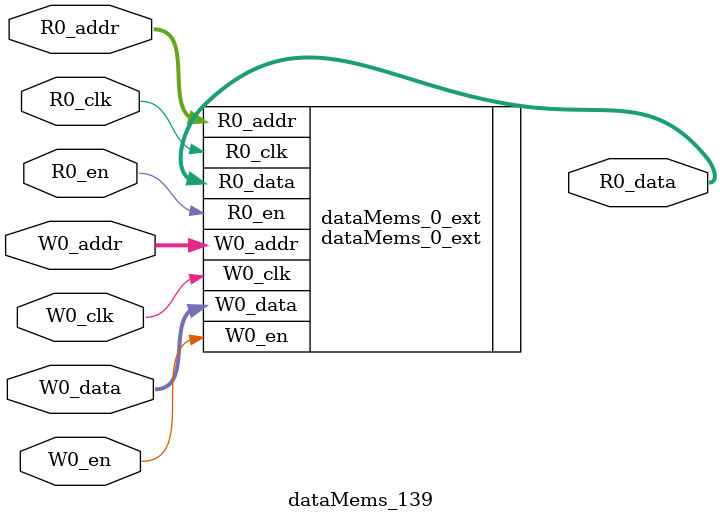
<source format=sv>
`ifndef RANDOMIZE
  `ifdef RANDOMIZE_REG_INIT
    `define RANDOMIZE
  `endif // RANDOMIZE_REG_INIT
`endif // not def RANDOMIZE
`ifndef RANDOMIZE
  `ifdef RANDOMIZE_MEM_INIT
    `define RANDOMIZE
  `endif // RANDOMIZE_MEM_INIT
`endif // not def RANDOMIZE

`ifndef RANDOM
  `define RANDOM $random
`endif // not def RANDOM

// Users can define 'PRINTF_COND' to add an extra gate to prints.
`ifndef PRINTF_COND_
  `ifdef PRINTF_COND
    `define PRINTF_COND_ (`PRINTF_COND)
  `else  // PRINTF_COND
    `define PRINTF_COND_ 1
  `endif // PRINTF_COND
`endif // not def PRINTF_COND_

// Users can define 'ASSERT_VERBOSE_COND' to add an extra gate to assert error printing.
`ifndef ASSERT_VERBOSE_COND_
  `ifdef ASSERT_VERBOSE_COND
    `define ASSERT_VERBOSE_COND_ (`ASSERT_VERBOSE_COND)
  `else  // ASSERT_VERBOSE_COND
    `define ASSERT_VERBOSE_COND_ 1
  `endif // ASSERT_VERBOSE_COND
`endif // not def ASSERT_VERBOSE_COND_

// Users can define 'STOP_COND' to add an extra gate to stop conditions.
`ifndef STOP_COND_
  `ifdef STOP_COND
    `define STOP_COND_ (`STOP_COND)
  `else  // STOP_COND
    `define STOP_COND_ 1
  `endif // STOP_COND
`endif // not def STOP_COND_

// Users can define INIT_RANDOM as general code that gets injected into the
// initializer block for modules with registers.
`ifndef INIT_RANDOM
  `define INIT_RANDOM
`endif // not def INIT_RANDOM

// If using random initialization, you can also define RANDOMIZE_DELAY to
// customize the delay used, otherwise 0.002 is used.
`ifndef RANDOMIZE_DELAY
  `define RANDOMIZE_DELAY 0.002
`endif // not def RANDOMIZE_DELAY

// Define INIT_RANDOM_PROLOG_ for use in our modules below.
`ifndef INIT_RANDOM_PROLOG_
  `ifdef RANDOMIZE
    `ifdef VERILATOR
      `define INIT_RANDOM_PROLOG_ `INIT_RANDOM
    `else  // VERILATOR
      `define INIT_RANDOM_PROLOG_ `INIT_RANDOM #`RANDOMIZE_DELAY begin end
    `endif // VERILATOR
  `else  // RANDOMIZE
    `define INIT_RANDOM_PROLOG_
  `endif // RANDOMIZE
`endif // not def INIT_RANDOM_PROLOG_

// Include register initializers in init blocks unless synthesis is set
`ifndef SYNTHESIS
  `ifndef ENABLE_INITIAL_REG_
    `define ENABLE_INITIAL_REG_
  `endif // not def ENABLE_INITIAL_REG_
`endif // not def SYNTHESIS

// Include rmemory initializers in init blocks unless synthesis is set
`ifndef SYNTHESIS
  `ifndef ENABLE_INITIAL_MEM_
    `define ENABLE_INITIAL_MEM_
  `endif // not def ENABLE_INITIAL_MEM_
`endif // not def SYNTHESIS

module dataMems_139(	// @[generators/ara/src/main/scala/UnsafeAXI4ToTL.scala:365:62]
  input  [4:0]  R0_addr,
  input         R0_en,
  input         R0_clk,
  output [66:0] R0_data,
  input  [4:0]  W0_addr,
  input         W0_en,
  input         W0_clk,
  input  [66:0] W0_data
);

  dataMems_0_ext dataMems_0_ext (	// @[generators/ara/src/main/scala/UnsafeAXI4ToTL.scala:365:62]
    .R0_addr (R0_addr),
    .R0_en   (R0_en),
    .R0_clk  (R0_clk),
    .R0_data (R0_data),
    .W0_addr (W0_addr),
    .W0_en   (W0_en),
    .W0_clk  (W0_clk),
    .W0_data (W0_data)
  );
endmodule


</source>
